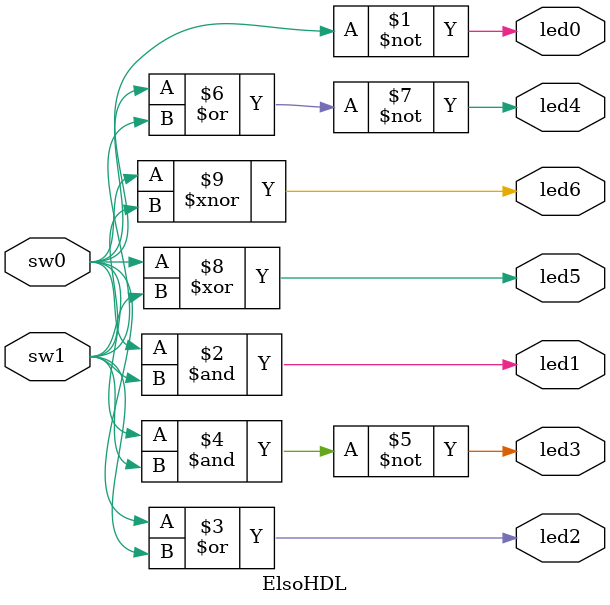
<source format=v>
`timescale 1ns / 1ps
module ElsoHDL(
	input sw0,
	input sw1,
	output led0, led1, led2, led3, led4, led5, led6

    );
assign led0 = ~ sw0;
assign led1 = sw0 & sw1;
assign led2 = sw0 | sw1;
assign led3 = ~ (sw0 & sw1);
assign led4 = ~ (sw0 | sw1);
assign led5 = sw0 ^ sw1;
assign led6 = sw0 ~^ sw1;

endmodule

</source>
